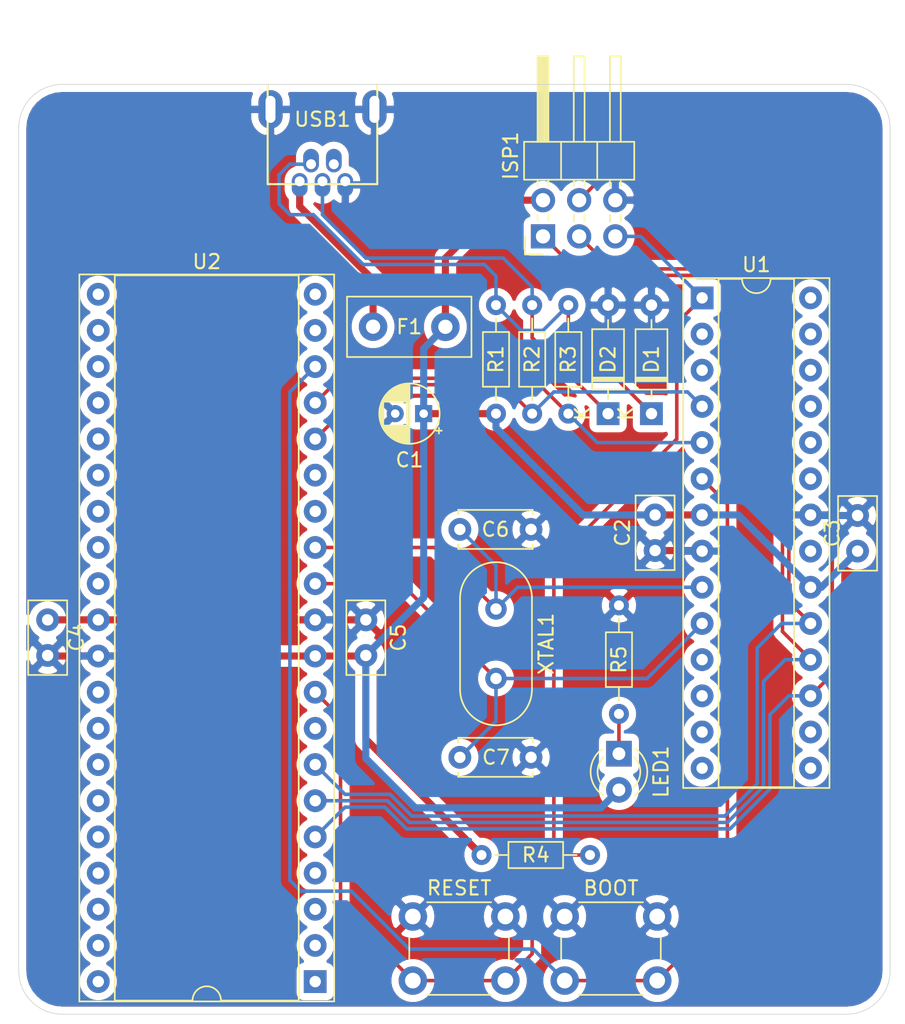
<source format=kicad_pcb>
(kicad_pcb (version 20171130) (host pcbnew "(5.1.6)-1")
  (layers (0 F.Cu signal) (31 B.Cu signal) (34 B.Paste user) (35 F.Paste user) (36 B.SilkS user) (37 F.SilkS user) (38 B.Mask user) (39 F.Mask user) (44 Edge.Cuts user))
  (net 0 "")
  (net 1 GND)
  (net 2 +5V)
  (net 3 XTAL1)
  (net 4 XTAL2)
  (net 5 "Net-(D1-Pad1)")
  (net 6 "Net-(D2-Pad1)")
  (net 7 VCC)
  (net 8 RESET)
  (net 9 MOSI)
  (net 10 SCK)
  (net 11 MISO)
  (net 12 D+)
  (net 13 D-)
  (net 14 BOOT)
  (net 15 "Net-(U1-Pad28)")
  (net 16 "Net-(U1-Pad14)")
  (net 17 "Net-(U1-Pad27)")
  (net 18 "Net-(U1-Pad13)")
  (net 19 "Net-(U1-Pad26)")
  (net 20 "Net-(U1-Pad12)")
  (net 21 "Net-(U1-Pad25)")
  (net 22 "Net-(U1-Pad11)")
  (net 23 "Net-(U1-Pad24)")
  (net 24 "Net-(U1-Pad23)")
  (net 25 "Net-(U1-Pad21)")
  (net 26 "Net-(U1-Pad3)")
  (net 27 "Net-(U1-Pad16)")
  (net 28 "Net-(U1-Pad2)")
  (net 29 "Net-(U1-Pad15)")
  (net 30 "Net-(U2-Pad40)")
  (net 31 "Net-(U2-Pad20)")
  (net 32 "Net-(U2-Pad39)")
  (net 33 "Net-(U2-Pad19)")
  (net 34 "Net-(U2-Pad38)")
  (net 35 "Net-(U2-Pad37)")
  (net 36 "Net-(U2-Pad36)")
  (net 37 "Net-(U2-Pad35)")
  (net 38 "Net-(U2-Pad15)")
  (net 39 "Net-(U2-Pad34)")
  (net 40 "Net-(U2-Pad14)")
  (net 41 "Net-(U2-Pad33)")
  (net 42 "Net-(U2-Pad32)")
  (net 43 "Net-(U2-Pad29)")
  (net 44 "Net-(U2-Pad28)")
  (net 45 "Net-(U2-Pad8)")
  (net 46 "Net-(U2-Pad27)")
  (net 47 "Net-(U2-Pad26)")
  (net 48 "Net-(U2-Pad25)")
  (net 49 "Net-(U2-Pad24)")
  (net 50 "Net-(U2-Pad4)")
  (net 51 "Net-(U2-Pad23)")
  (net 52 "Net-(U2-Pad3)")
  (net 53 "Net-(U2-Pad22)")
  (net 54 "Net-(U2-Pad2)")
  (net 55 "Net-(U2-Pad21)")
  (net 56 "Net-(U2-Pad1)")
  (net 57 "Net-(USB1-Pad4)")
  (net 58 "Net-(LED1-Pad1)")
  (module Resistor_THT:R_Axial_DIN0204_L3.6mm_D1.6mm_P7.62mm_Horizontal (layer F.Cu) (at 138.43 114.046 270)
    (fp_text reference R5 (at 3.81 0 90) (layer F.SilkS))
    (fp_text value 1.5K)
    (pad 2 thru_hole oval (at 7.62 0 270) (size 1.4 1.4) (drill 0.7) (layers *.Cu *.Mask) (net 58 "Net-(LED1-Pad1)"))
    (pad 1 thru_hole circle (at 0 0 270) (size 1.4 1.4) (drill 0.7) (layers *.Cu *.Mask) (net 1 GND))
  )
  (module LED_THT:LED_D3.0mm (layer F.Cu) (at 138.43 124.46 270)
    (fp_text reference LED1 (at 1.27 -2.96 90) (layer F.SilkS))
    (fp_text value LED)
    (pad 2 thru_hole circle (at 2.54 0 270) (size 1.8 1.8) (drill 0.9) (layers *.Cu *.Mask) (net 2 +5V))
    (pad 1 thru_hole rect (at 0 0 270) (size 1.8 1.8) (drill 0.9) (layers *.Cu *.Mask) (net 58 "Net-(LED1-Pad1)"))
  )
  (module Capacitor_THT:C_Disc_D5.0mm_W2.5mm_P2.50mm (layer F.Cu) (at 120.65 117.562 90)
    (fp_text reference C5 (at 1.25 2.286 90) (layer F.SilkS))
    (fp_text value 100n)
    (pad 2 thru_hole circle (at 2.5 0 90) (size 1.6 1.6) (drill 0.8) (layers *.Cu *.Mask) (net 1 GND))
    (pad 1 thru_hole circle (at 0 0 90) (size 1.6 1.6) (drill 0.8) (layers *.Cu *.Mask) (net 2 +5V))
  )
  (module Capacitor_THT:C_Disc_D5.0mm_W2.5mm_P2.50mm (layer F.Cu) (at 98.298 115.062 270)
    (fp_text reference C4 (at 1.25 -2.032 90) (layer F.SilkS))
    (fp_text value 100n)
    (pad 2 thru_hole circle (at 2.5 0 270) (size 1.6 1.6) (drill 0.8) (layers *.Cu *.Mask) (net 1 GND))
    (pad 1 thru_hole circle (at 0 0 270) (size 1.6 1.6) (drill 0.8) (layers *.Cu *.Mask) (net 2 +5V))
  )
  (module Crystal:Crystal_HC49-4H_Vertical (layer F.Cu) (at 129.794 114.3 270)
    (fp_text reference XTAL1 (at 2.44 -3.525 90) (layer F.SilkS))
    (fp_text value Crystal)
    (pad 2 thru_hole circle (at 4.88 0 270) (size 1.5 1.5) (drill 0.8) (layers *.Cu *.Mask) (net 4 XTAL2))
    (pad 1 thru_hole circle (at 0 0 270) (size 1.5 1.5) (drill 0.8) (layers *.Cu *.Mask) (net 3 XTAL1))
  )
  (module custom_parts:USB_Mini (layer F.Cu) (at 117.602 77.47 270)
    (fp_text reference USB1)
    (fp_text value USB_B_Mini)
    (fp_text user %R (at 2.45 0) (layer F.SilkS))
    (pad 5 thru_hole oval (at 6.8 -1.6 270) (size 1.65 1.1) (drill oval 0.7 (offset 0.25 0)) (layers *.Cu B.Mask) (net 1 GND))
    (pad 4 thru_hole oval (at 5.6 -0.8 90) (size 1.65 1.1) (drill oval 0.7 (offset 0.25 0)) (layers *.Cu B.Mask) (net 57 "Net-(USB1-Pad4)"))
    (pad 3 thru_hole oval (at 6.8 0 270) (size 1.65 1.1) (drill oval 0.7 (offset 0.25 0)) (layers *.Cu B.Mask) (net 6 "Net-(D2-Pad1)"))
    (pad 2 thru_hole oval (at 5.6 0.8 90) (size 1.65 1.1) (drill oval 0.7 (offset 0.25 0)) (layers *.Cu B.Mask) (net 5 "Net-(D1-Pad1)"))
    (pad 1 thru_hole oval (at 6.8 1.6 270) (size 1.65 1.1) (drill oval 0.7 (offset 0.25 0)) (layers *.Cu B.Mask) (net 7 VCC))
    (pad 6 thru_hole oval (at 1.75 -3.65 270) (size 2.7 1.7) (drill oval 1.9 0.7) (layers *.Cu *.Mask) (net 1 GND))
    (pad 6 thru_hole oval (at 1.75 3.65 270) (size 2.7 1.7) (drill oval 1.9 0.7) (layers *.Cu *.Mask) (net 1 GND))
  )
  (module Package_DIP:DIP-40_W15.24mm_Socket (layer F.Cu) (at 117.094 140.462 180)
    (fp_text reference U2 (at 7.62 50.546) (layer F.SilkS))
    (fp_text value ATmega32A-PU)
    (pad 40 thru_hole oval (at 15.24 0 180) (size 1.6 1.6) (drill 0.8) (layers *.Cu *.Mask) (net 30 "Net-(U2-Pad40)"))
    (pad 20 thru_hole oval (at 0 48.26 180) (size 1.6 1.6) (drill 0.8) (layers *.Cu *.Mask) (net 31 "Net-(U2-Pad20)"))
    (pad 39 thru_hole oval (at 15.24 2.54 180) (size 1.6 1.6) (drill 0.8) (layers *.Cu *.Mask) (net 32 "Net-(U2-Pad39)"))
    (pad 19 thru_hole oval (at 0 45.72 180) (size 1.6 1.6) (drill 0.8) (layers *.Cu *.Mask) (net 33 "Net-(U2-Pad19)"))
    (pad 38 thru_hole oval (at 15.24 5.08 180) (size 1.6 1.6) (drill 0.8) (layers *.Cu *.Mask) (net 34 "Net-(U2-Pad38)"))
    (pad 18 thru_hole oval (at 0 43.18 180) (size 1.6 1.6) (drill 0.8) (layers *.Cu *.Mask) (net 14 BOOT))
    (pad 37 thru_hole oval (at 15.24 7.62 180) (size 1.6 1.6) (drill 0.8) (layers *.Cu *.Mask) (net 35 "Net-(U2-Pad37)"))
    (pad 17 thru_hole oval (at 0 40.64 180) (size 1.6 1.6) (drill 0.8) (layers *.Cu *.Mask) (net 13 D-))
    (pad 36 thru_hole oval (at 15.24 10.16 180) (size 1.6 1.6) (drill 0.8) (layers *.Cu *.Mask) (net 36 "Net-(U2-Pad36)"))
    (pad 16 thru_hole oval (at 0 38.1 180) (size 1.6 1.6) (drill 0.8) (layers *.Cu *.Mask) (net 12 D+))
    (pad 35 thru_hole oval (at 15.24 12.7 180) (size 1.6 1.6) (drill 0.8) (layers *.Cu *.Mask) (net 37 "Net-(U2-Pad35)"))
    (pad 15 thru_hole oval (at 0 35.56 180) (size 1.6 1.6) (drill 0.8) (layers *.Cu *.Mask) (net 38 "Net-(U2-Pad15)"))
    (pad 34 thru_hole oval (at 15.24 15.24 180) (size 1.6 1.6) (drill 0.8) (layers *.Cu *.Mask) (net 39 "Net-(U2-Pad34)"))
    (pad 14 thru_hole oval (at 0 33.02 180) (size 1.6 1.6) (drill 0.8) (layers *.Cu *.Mask) (net 40 "Net-(U2-Pad14)"))
    (pad 33 thru_hole oval (at 15.24 17.78 180) (size 1.6 1.6) (drill 0.8) (layers *.Cu *.Mask) (net 41 "Net-(U2-Pad33)"))
    (pad 13 thru_hole oval (at 0 30.48 180) (size 1.6 1.6) (drill 0.8) (layers *.Cu *.Mask) (net 3 XTAL1))
    (pad 32 thru_hole oval (at 15.24 20.32 180) (size 1.6 1.6) (drill 0.8) (layers *.Cu *.Mask) (net 42 "Net-(U2-Pad32)"))
    (pad 12 thru_hole oval (at 0 27.94 180) (size 1.6 1.6) (drill 0.8) (layers *.Cu *.Mask) (net 4 XTAL2))
    (pad 31 thru_hole oval (at 15.24 22.86 180) (size 1.6 1.6) (drill 0.8) (layers *.Cu *.Mask) (net 1 GND))
    (pad 11 thru_hole oval (at 0 25.4 180) (size 1.6 1.6) (drill 0.8) (layers *.Cu *.Mask) (net 1 GND))
    (pad 30 thru_hole oval (at 15.24 25.4 180) (size 1.6 1.6) (drill 0.8) (layers *.Cu *.Mask) (net 2 +5V))
    (pad 10 thru_hole oval (at 0 22.86 180) (size 1.6 1.6) (drill 0.8) (layers *.Cu *.Mask) (net 2 +5V))
    (pad 29 thru_hole oval (at 15.24 27.94 180) (size 1.6 1.6) (drill 0.8) (layers *.Cu *.Mask) (net 43 "Net-(U2-Pad29)"))
    (pad 9 thru_hole oval (at 0 20.32 180) (size 1.6 1.6) (drill 0.8) (layers *.Cu *.Mask) (net 8 RESET))
    (pad 28 thru_hole oval (at 15.24 30.48 180) (size 1.6 1.6) (drill 0.8) (layers *.Cu *.Mask) (net 44 "Net-(U2-Pad28)"))
    (pad 8 thru_hole oval (at 0 17.78 180) (size 1.6 1.6) (drill 0.8) (layers *.Cu *.Mask) (net 45 "Net-(U2-Pad8)"))
    (pad 27 thru_hole oval (at 15.24 33.02 180) (size 1.6 1.6) (drill 0.8) (layers *.Cu *.Mask) (net 46 "Net-(U2-Pad27)"))
    (pad 7 thru_hole oval (at 0 15.24 180) (size 1.6 1.6) (drill 0.8) (layers *.Cu *.Mask) (net 10 SCK))
    (pad 26 thru_hole oval (at 15.24 35.56 180) (size 1.6 1.6) (drill 0.8) (layers *.Cu *.Mask) (net 47 "Net-(U2-Pad26)"))
    (pad 6 thru_hole oval (at 0 12.7 180) (size 1.6 1.6) (drill 0.8) (layers *.Cu *.Mask) (net 11 MISO))
    (pad 25 thru_hole oval (at 15.24 38.1 180) (size 1.6 1.6) (drill 0.8) (layers *.Cu *.Mask) (net 48 "Net-(U2-Pad25)"))
    (pad 5 thru_hole oval (at 0 10.16 180) (size 1.6 1.6) (drill 0.8) (layers *.Cu *.Mask) (net 9 MOSI))
    (pad 24 thru_hole oval (at 15.24 40.64 180) (size 1.6 1.6) (drill 0.8) (layers *.Cu *.Mask) (net 49 "Net-(U2-Pad24)"))
    (pad 4 thru_hole oval (at 0 7.62 180) (size 1.6 1.6) (drill 0.8) (layers *.Cu *.Mask) (net 50 "Net-(U2-Pad4)"))
    (pad 23 thru_hole oval (at 15.24 43.18 180) (size 1.6 1.6) (drill 0.8) (layers *.Cu *.Mask) (net 51 "Net-(U2-Pad23)"))
    (pad 3 thru_hole oval (at 0 5.08 180) (size 1.6 1.6) (drill 0.8) (layers *.Cu *.Mask) (net 52 "Net-(U2-Pad3)"))
    (pad 22 thru_hole oval (at 15.24 45.72 180) (size 1.6 1.6) (drill 0.8) (layers *.Cu *.Mask) (net 53 "Net-(U2-Pad22)"))
    (pad 2 thru_hole oval (at 0 2.54 180) (size 1.6 1.6) (drill 0.8) (layers *.Cu *.Mask) (net 54 "Net-(U2-Pad2)"))
    (pad 21 thru_hole oval (at 15.24 48.26 180) (size 1.6 1.6) (drill 0.8) (layers *.Cu *.Mask) (net 55 "Net-(U2-Pad21)"))
    (pad 1 thru_hole rect (at 0 0 180) (size 1.6 1.6) (drill 0.8) (layers *.Cu *.Mask) (net 56 "Net-(U2-Pad1)"))
  )
  (module Package_DIP:DIP-28_W7.62mm_Socket (layer F.Cu) (at 144.272 92.456)
    (fp_text reference U1 (at 3.81 -2.33) (layer F.SilkS))
    (fp_text value ATmega328P-PU)
    (pad 28 thru_hole oval (at 7.62 0) (size 1.6 1.6) (drill 0.8) (layers *.Cu *.Mask) (net 15 "Net-(U1-Pad28)"))
    (pad 14 thru_hole oval (at 0 33.02) (size 1.6 1.6) (drill 0.8) (layers *.Cu *.Mask) (net 16 "Net-(U1-Pad14)"))
    (pad 27 thru_hole oval (at 7.62 2.54) (size 1.6 1.6) (drill 0.8) (layers *.Cu *.Mask) (net 17 "Net-(U1-Pad27)"))
    (pad 13 thru_hole oval (at 0 30.48) (size 1.6 1.6) (drill 0.8) (layers *.Cu *.Mask) (net 18 "Net-(U1-Pad13)"))
    (pad 26 thru_hole oval (at 7.62 5.08) (size 1.6 1.6) (drill 0.8) (layers *.Cu *.Mask) (net 19 "Net-(U1-Pad26)"))
    (pad 12 thru_hole oval (at 0 27.94) (size 1.6 1.6) (drill 0.8) (layers *.Cu *.Mask) (net 20 "Net-(U1-Pad12)"))
    (pad 25 thru_hole oval (at 7.62 7.62) (size 1.6 1.6) (drill 0.8) (layers *.Cu *.Mask) (net 21 "Net-(U1-Pad25)"))
    (pad 11 thru_hole oval (at 0 25.4) (size 1.6 1.6) (drill 0.8) (layers *.Cu *.Mask) (net 22 "Net-(U1-Pad11)"))
    (pad 24 thru_hole oval (at 7.62 10.16) (size 1.6 1.6) (drill 0.8) (layers *.Cu *.Mask) (net 23 "Net-(U1-Pad24)"))
    (pad 10 thru_hole oval (at 0 22.86) (size 1.6 1.6) (drill 0.8) (layers *.Cu *.Mask) (net 4 XTAL2))
    (pad 23 thru_hole oval (at 7.62 12.7) (size 1.6 1.6) (drill 0.8) (layers *.Cu *.Mask) (net 24 "Net-(U1-Pad23)"))
    (pad 9 thru_hole oval (at 0 20.32) (size 1.6 1.6) (drill 0.8) (layers *.Cu *.Mask) (net 3 XTAL1))
    (pad 22 thru_hole oval (at 7.62 15.24) (size 1.6 1.6) (drill 0.8) (layers *.Cu *.Mask) (net 1 GND))
    (pad 8 thru_hole oval (at 0 17.78) (size 1.6 1.6) (drill 0.8) (layers *.Cu *.Mask) (net 1 GND))
    (pad 21 thru_hole oval (at 7.62 17.78) (size 1.6 1.6) (drill 0.8) (layers *.Cu *.Mask) (net 25 "Net-(U1-Pad21)"))
    (pad 7 thru_hole oval (at 0 15.24) (size 1.6 1.6) (drill 0.8) (layers *.Cu *.Mask) (net 2 +5V))
    (pad 20 thru_hole oval (at 7.62 20.32) (size 1.6 1.6) (drill 0.8) (layers *.Cu *.Mask) (net 2 +5V))
    (pad 6 thru_hole oval (at 0 12.7) (size 1.6 1.6) (drill 0.8) (layers *.Cu *.Mask) (net 14 BOOT))
    (pad 19 thru_hole oval (at 7.62 22.86) (size 1.6 1.6) (drill 0.8) (layers *.Cu *.Mask) (net 10 SCK))
    (pad 5 thru_hole oval (at 0 10.16) (size 1.6 1.6) (drill 0.8) (layers *.Cu *.Mask) (net 13 D-))
    (pad 18 thru_hole oval (at 7.62 25.4) (size 1.6 1.6) (drill 0.8) (layers *.Cu *.Mask) (net 11 MISO))
    (pad 4 thru_hole oval (at 0 7.62) (size 1.6 1.6) (drill 0.8) (layers *.Cu *.Mask) (net 12 D+))
    (pad 17 thru_hole oval (at 7.62 27.94) (size 1.6 1.6) (drill 0.8) (layers *.Cu *.Mask) (net 9 MOSI))
    (pad 3 thru_hole oval (at 0 5.08) (size 1.6 1.6) (drill 0.8) (layers *.Cu *.Mask) (net 26 "Net-(U1-Pad3)"))
    (pad 16 thru_hole oval (at 7.62 30.48) (size 1.6 1.6) (drill 0.8) (layers *.Cu *.Mask) (net 27 "Net-(U1-Pad16)"))
    (pad 2 thru_hole oval (at 0 2.54) (size 1.6 1.6) (drill 0.8) (layers *.Cu *.Mask) (net 28 "Net-(U1-Pad2)"))
    (pad 15 thru_hole oval (at 7.62 33.02) (size 1.6 1.6) (drill 0.8) (layers *.Cu *.Mask) (net 29 "Net-(U1-Pad15)"))
    (pad 1 thru_hole rect (at 0 0) (size 1.6 1.6) (drill 0.8) (layers *.Cu *.Mask) (net 8 RESET))
  )
  (module Button_Switch_THT:SW_PUSH_6mm (layer F.Cu) (at 123.952 135.89)
    (fp_text reference RESET (at 3.25 -2) (layer F.SilkS))
    (fp_text value RESET)
    (pad 1 thru_hole circle (at 6.5 0 90) (size 2 2) (drill 1.1) (layers *.Cu *.Mask) (net 1 GND))
    (pad 2 thru_hole circle (at 6.5 4.5 90) (size 2 2) (drill 1.1) (layers *.Cu *.Mask) (net 8 RESET))
    (pad 1 thru_hole circle (at 0 0 90) (size 2 2) (drill 1.1) (layers *.Cu *.Mask) (net 1 GND))
    (pad 2 thru_hole circle (at 0 4.5 90) (size 2 2) (drill 1.1) (layers *.Cu *.Mask) (net 8 RESET))
  )
  (module Button_Switch_THT:SW_PUSH_6mm (layer F.Cu) (at 134.62 135.89)
    (fp_text reference BOOT (at 3.25 -2) (layer F.SilkS))
    (fp_text value BOOT)
    (pad 1 thru_hole circle (at 6.5 0 90) (size 2 2) (drill 1.1) (layers *.Cu *.Mask) (net 1 GND))
    (pad 2 thru_hole circle (at 6.5 4.5 90) (size 2 2) (drill 1.1) (layers *.Cu *.Mask) (net 14 BOOT))
    (pad 1 thru_hole circle (at 0 0 90) (size 2 2) (drill 1.1) (layers *.Cu *.Mask) (net 1 GND))
    (pad 2 thru_hole circle (at 0 4.5 90) (size 2 2) (drill 1.1) (layers *.Cu *.Mask) (net 14 BOOT))
  )
  (module Resistor_THT:R_Axial_DIN0204_L3.6mm_D1.6mm_P7.62mm_Horizontal (layer F.Cu) (at 136.398 131.572 180)
    (fp_text reference R4 (at 3.81 0) (layer F.SilkS))
    (fp_text value 1.5K)
    (pad 2 thru_hole oval (at 7.62 0 180) (size 1.4 1.4) (drill 0.7) (layers *.Cu *.Mask) (net 2 +5V))
    (pad 1 thru_hole circle (at 0 0 180) (size 1.4 1.4) (drill 0.7) (layers *.Cu *.Mask) (net 8 RESET))
  )
  (module Resistor_THT:R_Axial_DIN0204_L3.6mm_D1.6mm_P7.62mm_Horizontal (layer F.Cu) (at 134.874 92.964 270)
    (fp_text reference R3 (at 3.81 0 90) (layer F.SilkS))
    (fp_text value 68R)
    (pad 2 thru_hole oval (at 7.62 0 270) (size 1.4 1.4) (drill 0.7) (layers *.Cu *.Mask) (net 13 D-))
    (pad 1 thru_hole circle (at 0 0 270) (size 1.4 1.4) (drill 0.7) (layers *.Cu *.Mask) (net 5 "Net-(D1-Pad1)"))
  )
  (module Resistor_THT:R_Axial_DIN0204_L3.6mm_D1.6mm_P7.62mm_Horizontal (layer F.Cu) (at 132.334 92.964 270)
    (fp_text reference R2 (at 3.81 0 90) (layer F.SilkS))
    (fp_text value 68R)
    (pad 2 thru_hole oval (at 7.62 0 270) (size 1.4 1.4) (drill 0.7) (layers *.Cu *.Mask) (net 12 D+))
    (pad 1 thru_hole circle (at 0 0 270) (size 1.4 1.4) (drill 0.7) (layers *.Cu *.Mask) (net 6 "Net-(D2-Pad1)"))
  )
  (module Resistor_THT:R_Axial_DIN0204_L3.6mm_D1.6mm_P7.62mm_Horizontal (layer F.Cu) (at 129.794 100.584 90)
    (fp_text reference R1 (at 3.81 0 90) (layer F.SilkS))
    (fp_text value 1.5K)
    (pad 2 thru_hole oval (at 7.62 0 90) (size 1.4 1.4) (drill 0.7) (layers *.Cu *.Mask) (net 5 "Net-(D1-Pad1)"))
    (pad 1 thru_hole circle (at 0 0 90) (size 1.4 1.4) (drill 0.7) (layers *.Cu *.Mask) (net 2 +5V))
  )
  (module Connector_PinHeader_2.54mm:PinHeader_2x03_P2.54mm_Horizontal (layer F.Cu) (at 133.096 88.138 90)
    (fp_text reference ISP1 (at 5.655 -2.27 90) (layer F.SilkS))
    (fp_text value AVR-ISP-6)
    (pad 6 thru_hole oval (at 2.54 5.08 90) (size 1.7 1.7) (drill 1) (layers *.Cu *.Mask) (net 1 GND))
    (pad 5 thru_hole oval (at 0 5.08 90) (size 1.7 1.7) (drill 1) (layers *.Cu *.Mask) (net 8 RESET))
    (pad 4 thru_hole oval (at 2.54 2.54 90) (size 1.7 1.7) (drill 1) (layers *.Cu *.Mask) (net 9 MOSI))
    (pad 3 thru_hole oval (at 0 2.54 90) (size 1.7 1.7) (drill 1) (layers *.Cu *.Mask) (net 10 SCK))
    (pad 2 thru_hole oval (at 2.54 0 90) (size 1.7 1.7) (drill 1) (layers *.Cu *.Mask) (net 2 +5V))
    (pad 1 thru_hole rect (at 0 0 90) (size 1.7 1.7) (drill 1) (layers *.Cu *.Mask) (net 11 MISO))
  )
  (module Fuse:Fuse_Littelfuse_395Series (layer F.Cu) (at 126.238 94.488 180)
    (fp_text reference F1 (at 2.54 0) (layer F.SilkS))
    (fp_text value Polyfuse)
    (pad 2 thru_hole circle (at 5.08 0.01 180) (size 2 2) (drill 1) (layers *.Cu *.Mask) (net 7 VCC))
    (pad 1 thru_hole circle (at 0 0 180) (size 2 2) (drill 1) (layers *.Cu *.Mask) (net 2 +5V))
  )
  (module Diode_THT:D_DO-35_SOD27_P7.62mm_Horizontal (layer F.Cu) (at 137.668 100.584 90)
    (fp_text reference D2 (at 3.81 0 90) (layer F.SilkS))
    (fp_text value 3.6V)
    (fp_text user K (at 0 -1.8 90) (layer F.SilkS))
    (pad 2 thru_hole oval (at 7.62 0 90) (size 1.6 1.6) (drill 0.8) (layers *.Cu *.Mask) (net 1 GND))
    (pad 1 thru_hole rect (at 0 0 90) (size 1.6 1.6) (drill 0.8) (layers *.Cu *.Mask) (net 6 "Net-(D2-Pad1)"))
  )
  (module Diode_THT:D_DO-35_SOD27_P7.62mm_Horizontal (layer F.Cu) (at 140.716 100.584 90)
    (fp_text reference D1 (at 3.81 0 90) (layer F.SilkS))
    (fp_text value 3.6V)
    (fp_text user K (at 0 -1.8 90) (layer F.SilkS))
    (pad 2 thru_hole oval (at 7.62 0 90) (size 1.6 1.6) (drill 0.8) (layers *.Cu *.Mask) (net 1 GND))
    (pad 1 thru_hole rect (at 0 0 90) (size 1.6 1.6) (drill 0.8) (layers *.Cu *.Mask) (net 5 "Net-(D1-Pad1)"))
  )
  (module Capacitor_THT:C_Disc_D5.0mm_W2.5mm_P5.00mm (layer F.Cu) (at 127.254 124.714)
    (fp_text reference C7 (at 2.54 0) (layer F.SilkS))
    (fp_text value 22p)
    (pad 2 thru_hole circle (at 5 0) (size 1.6 1.6) (drill 0.8) (layers *.Cu *.Mask) (net 1 GND))
    (pad 1 thru_hole circle (at 0 0) (size 1.6 1.6) (drill 0.8) (layers *.Cu *.Mask) (net 4 XTAL2))
  )
  (module Capacitor_THT:C_Disc_D5.0mm_W2.5mm_P5.00mm (layer F.Cu) (at 127.254 108.712)
    (fp_text reference C6 (at 2.5 0) (layer F.SilkS))
    (fp_text value 22p)
    (pad 2 thru_hole circle (at 5 0) (size 1.6 1.6) (drill 0.8) (layers *.Cu *.Mask) (net 1 GND))
    (pad 1 thru_hole circle (at 0 0) (size 1.6 1.6) (drill 0.8) (layers *.Cu *.Mask) (net 3 XTAL1))
  )
  (module Capacitor_THT:C_Disc_D5.0mm_W2.5mm_P2.50mm (layer F.Cu) (at 155.194 110.236 90)
    (fp_text reference C3 (at 1.25 -1.778 90) (layer F.SilkS))
    (fp_text value 100n)
    (pad 2 thru_hole circle (at 2.5 0 90) (size 1.6 1.6) (drill 0.8) (layers *.Cu *.Mask) (net 1 GND))
    (pad 1 thru_hole circle (at 0 0 90) (size 1.6 1.6) (drill 0.8) (layers *.Cu *.Mask) (net 2 +5V))
  )
  (module Capacitor_THT:C_Disc_D5.0mm_W2.5mm_P2.50mm (layer F.Cu) (at 140.97 107.696 270)
    (fp_text reference C2 (at 1.25 2.286 90) (layer F.SilkS))
    (fp_text value 100n)
    (pad 2 thru_hole circle (at 2.5 0 270) (size 1.6 1.6) (drill 0.8) (layers *.Cu *.Mask) (net 1 GND))
    (pad 1 thru_hole circle (at 0 0 270) (size 1.6 1.6) (drill 0.8) (layers *.Cu *.Mask) (net 2 +5V))
  )
  (module Capacitor_THT:CP_Radial_D4.0mm_P2.00mm (layer F.Cu) (at 124.714 100.584 180)
    (fp_text reference C1 (at 1 -3.25) (layer F.SilkS))
    (fp_text value 4.7u)
    (pad 2 thru_hole circle (at 2 0 180) (size 1.2 1.2) (drill 0.6) (layers *.Cu *.Mask) (net 1 GND))
    (pad 1 thru_hole rect (at 0 0 180) (size 1.2 1.2) (drill 0.6) (layers *.Cu *.Mask) (net 2 +5V))
  )
  (gr_arc (start 99.314 139.7) (end 96.266 139.7) (angle -90) (layer Edge.Cuts) (width 0.05))
  (gr_arc (start 154.432 139.7) (end 154.432 142.748) (angle -90) (layer Edge.Cuts) (width 0.05))
  (gr_arc (start 154.432 80.518) (end 157.48 80.518) (angle -90) (layer Edge.Cuts) (width 0.05))
  (gr_arc (start 99.314 80.518) (end 99.314 77.47) (angle -90) (layer Edge.Cuts) (width 0.05))
  (gr_line (start 96.266 139.7) (end 96.266 80.518) (layer Edge.Cuts) (width 0.05))
  (gr_line (start 154.432 142.748) (end 99.314 142.748) (layer Edge.Cuts) (width 0.05))
  (gr_line (start 157.48 80.518) (end 157.48 139.7) (layer Edge.Cuts) (width 0.05))
  (gr_line (start 99.314 77.47) (end 154.432 77.47) (layer Edge.Cuts) (width 0.05))
  (segment (start 144.232 110.196) (end 144.272 110.236) (width 0.5) (layer F.Cu) (net 1))
  (segment (start 140.97 110.196) (end 144.232 110.196) (width 0.5) (layer F.Cu) (net 1))
  (segment (start 120.65 115.062) (end 117.094 115.062) (width 0.5) (layer F.Cu) (net 1))
  (segment (start 98.338 117.602) (end 98.298 117.562) (width 0.5) (layer F.Cu) (net 1))
  (segment (start 101.854 117.602) (end 98.338 117.602) (width 0.5) (layer F.Cu) (net 1))
  (segment (start 151.932 107.736) (end 151.892 107.696) (width 0.5) (layer B.Cu) (net 1))
  (segment (start 155.194 107.736) (end 151.932 107.736) (width 0.5) (layer B.Cu) (net 1))
  (segment (start 119.202 84.27) (end 119.202 84.658) (width 0.5) (layer F.Cu) (net 1))
  (segment (start 126.238 94.488) (end 126.238 89.662) (width 0.5) (layer F.Cu) (net 2))
  (segment (start 130.302 85.598) (end 133.096 85.598) (width 0.5) (layer F.Cu) (net 2))
  (segment (start 126.238 89.662) (end 130.302 85.598) (width 0.5) (layer F.Cu) (net 2))
  (segment (start 124.714 100.584) (end 129.794 100.584) (width 0.5) (layer F.Cu) (net 2))
  (segment (start 144.272 107.696) (end 140.97 107.696) (width 0.5) (layer F.Cu) (net 2))
  (segment (start 120.61 117.602) (end 120.65 117.562) (width 0.5) (layer F.Cu) (net 2))
  (segment (start 117.094 117.602) (end 120.61 117.602) (width 0.5) (layer F.Cu) (net 2))
  (segment (start 98.298 115.062) (end 101.854 115.062) (width 0.5) (layer F.Cu) (net 2))
  (segment (start 101.854 115.062) (end 106.934 115.062) (width 0.5) (layer F.Cu) (net 2))
  (segment (start 109.474 117.602) (end 117.094 117.602) (width 0.5) (layer F.Cu) (net 2))
  (segment (start 106.934 115.062) (end 109.474 117.602) (width 0.5) (layer F.Cu) (net 2))
  (segment (start 146.812 107.696) (end 151.892 112.776) (width 0.5) (layer B.Cu) (net 2))
  (segment (start 144.272 107.696) (end 146.812 107.696) (width 0.5) (layer B.Cu) (net 2))
  (segment (start 152.654 112.776) (end 155.194 110.236) (width 0.5) (layer B.Cu) (net 2))
  (segment (start 151.892 112.776) (end 152.654 112.776) (width 0.5) (layer B.Cu) (net 2))
  (segment (start 129.794 101.573949) (end 129.794 100.584) (width 0.5) (layer B.Cu) (net 2))
  (segment (start 135.916051 107.696) (end 129.794 101.573949) (width 0.5) (layer B.Cu) (net 2))
  (segment (start 140.97 107.696) (end 135.916051 107.696) (width 0.5) (layer B.Cu) (net 2))
  (segment (start 120.65 123.444) (end 120.65 117.562) (width 0.5) (layer F.Cu) (net 2))
  (segment (start 128.778 131.572) (end 120.65 123.444) (width 0.5) (layer F.Cu) (net 2))
  (segment (start 124.714 96.012) (end 126.238 94.488) (width 0.5) (layer B.Cu) (net 2))
  (segment (start 124.714 100.584) (end 124.714 96.012) (width 0.5) (layer B.Cu) (net 2))
  (segment (start 124.714 113.498) (end 124.714 100.584) (width 0.5) (layer B.Cu) (net 2))
  (segment (start 120.65 117.562) (end 124.714 113.498) (width 0.5) (layer B.Cu) (net 2))
  (segment (start 120.65 124.788404) (end 120.65 117.562) (width 0.5) (layer B.Cu) (net 2))
  (segment (start 124.122576 128.26098) (end 120.65 124.788404) (width 0.5) (layer B.Cu) (net 2))
  (segment (start 137.16902 128.26098) (end 124.122576 128.26098) (width 0.5) (layer B.Cu) (net 2))
  (segment (start 138.43 127) (end 137.16902 128.26098) (width 0.5) (layer B.Cu) (net 2))
  (segment (start 129.794 111.252) (end 127.254 108.712) (width 0.25) (layer B.Cu) (net 3))
  (segment (start 129.794 114.3) (end 129.794 111.252) (width 0.25) (layer B.Cu) (net 3))
  (segment (start 131.318 112.776) (end 129.794 114.3) (width 0.25) (layer B.Cu) (net 3))
  (segment (start 144.272 112.776) (end 131.318 112.776) (width 0.25) (layer B.Cu) (net 3))
  (segment (start 125.476 109.982) (end 117.094 109.982) (width 0.25) (layer F.Cu) (net 3))
  (segment (start 129.794 114.3) (end 125.476 109.982) (width 0.25) (layer F.Cu) (net 3))
  (segment (start 129.794 122.174) (end 127.254 124.714) (width 0.25) (layer B.Cu) (net 4))
  (segment (start 129.794 119.18) (end 129.794 122.174) (width 0.25) (layer B.Cu) (net 4))
  (segment (start 140.408 119.18) (end 144.272 115.316) (width 0.25) (layer B.Cu) (net 4))
  (segment (start 129.794 119.18) (end 140.408 119.18) (width 0.25) (layer B.Cu) (net 4))
  (segment (start 123.136 112.522) (end 129.794 119.18) (width 0.25) (layer F.Cu) (net 4))
  (segment (start 117.094 112.522) (end 123.136 112.522) (width 0.25) (layer F.Cu) (net 4))
  (segment (start 116.828 83.07) (end 116.84 83.058) (width 0.25) (layer F.Cu) (net 5))
  (segment (start 116.802 83.07) (end 116.828 83.07) (width 0.25) (layer F.Cu) (net 5))
  (segment (start 129.794 92.964) (end 131.572 94.742) (width 0.25) (layer B.Cu) (net 5))
  (segment (start 133.096 94.742) (end 134.874 92.964) (width 0.25) (layer B.Cu) (net 5))
  (segment (start 131.572 94.742) (end 133.096 94.742) (width 0.25) (layer B.Cu) (net 5))
  (segment (start 134.874 94.742) (end 140.716 100.584) (width 0.25) (layer F.Cu) (net 5))
  (segment (start 134.874 92.964) (end 134.874 94.742) (width 0.25) (layer F.Cu) (net 5))
  (segment (start 114.554 85.852) (end 114.554 83.82) (width 0.25) (layer B.Cu) (net 5))
  (segment (start 115.316 86.614) (end 114.554 85.852) (width 0.25) (layer B.Cu) (net 5))
  (segment (start 129.794 90.932) (end 128.97401 90.11201) (width 0.25) (layer B.Cu) (net 5))
  (segment (start 129.794 92.964) (end 129.794 90.932) (width 0.25) (layer B.Cu) (net 5))
  (segment (start 120.463599 90.112009) (end 116.96559 86.614) (width 0.25) (layer B.Cu) (net 5))
  (segment (start 116.96559 86.614) (end 115.316 86.614) (width 0.25) (layer B.Cu) (net 5))
  (segment (start 115.304 83.07) (end 116.802 83.07) (width 0.25) (layer B.Cu) (net 5))
  (segment (start 114.554 83.82) (end 115.304 83.07) (width 0.25) (layer B.Cu) (net 5))
  (segment (start 128.97401 90.11201) (end 120.463599 90.112009) (width 0.25) (layer B.Cu) (net 5))
  (segment (start 132.334 95.25) (end 137.668 100.584) (width 0.25) (layer F.Cu) (net 6))
  (segment (start 132.334 92.964) (end 132.334 95.25) (width 0.25) (layer F.Cu) (net 6))
  (segment (start 132.334 92.964) (end 132.334 91.694) (width 0.25) (layer B.Cu) (net 6))
  (segment (start 132.334 91.694) (end 130.302 89.662) (width 0.25) (layer B.Cu) (net 6))
  (segment (start 130.302 89.662) (end 120.65 89.662) (width 0.25) (layer B.Cu) (net 6))
  (segment (start 117.602 86.614) (end 117.602 84.27) (width 0.25) (layer B.Cu) (net 6))
  (segment (start 120.65 89.662) (end 117.602 86.614) (width 0.25) (layer B.Cu) (net 6))
  (segment (start 116.002 84.27) (end 116.002 86.03) (width 0.5) (layer F.Cu) (net 7))
  (segment (start 121.158 91.186) (end 121.158 94.478) (width 0.5) (layer F.Cu) (net 7))
  (segment (start 116.002 86.03) (end 121.158 91.186) (width 0.5) (layer F.Cu) (net 7))
  (segment (start 123.952 140.39) (end 130.452 140.39) (width 0.25) (layer F.Cu) (net 8))
  (segment (start 139.954 88.138) (end 144.272 92.456) (width 0.25) (layer B.Cu) (net 8))
  (segment (start 138.176 88.138) (end 139.954 88.138) (width 0.25) (layer B.Cu) (net 8))
  (segment (start 117.094 120.142) (end 118.872 121.92) (width 0.25) (layer F.Cu) (net 8))
  (segment (start 118.872 135.31) (end 123.952 140.39) (width 0.25) (layer F.Cu) (net 8))
  (segment (start 118.872 121.92) (end 118.872 135.31) (width 0.25) (layer F.Cu) (net 8))
  (segment (start 130.452 140.39) (end 132.334 138.508) (width 0.25) (layer F.Cu) (net 8))
  (segment (start 132.334 138.508) (end 132.334 133.096) (width 0.25) (layer F.Cu) (net 8))
  (segment (start 133.858 131.572) (end 136.398 131.572) (width 0.25) (layer F.Cu) (net 8))
  (segment (start 132.334 133.096) (end 133.858 131.572) (width 0.25) (layer F.Cu) (net 8))
  (segment (start 142.494 102.362) (end 142.494 94.234) (width 0.25) (layer F.Cu) (net 8))
  (segment (start 133.858 131.572) (end 133.858 110.998) (width 0.25) (layer F.Cu) (net 8))
  (segment (start 142.494 94.234) (end 144.272 92.456) (width 0.25) (layer F.Cu) (net 8))
  (segment (start 133.858 110.998) (end 142.494 102.362) (width 0.25) (layer F.Cu) (net 8))
  (segment (start 135.636 85.598) (end 137.16 84.074) (width 0.25) (layer F.Cu) (net 9))
  (segment (start 137.16 84.074) (end 145.796 84.074) (width 0.25) (layer F.Cu) (net 9))
  (segment (start 145.796 84.074) (end 153.416 91.694) (width 0.25) (layer F.Cu) (net 9))
  (segment (start 153.416 118.872) (end 151.892 120.396) (width 0.25) (layer F.Cu) (net 9))
  (segment (start 153.416 91.694) (end 153.416 118.872) (width 0.25) (layer F.Cu) (net 9))
  (segment (start 117.094 130.302) (end 119.18399 128.21201) (width 0.25) (layer B.Cu) (net 9))
  (segment (start 121.9876 128.21201) (end 123.5116 129.73601) (width 0.25) (layer B.Cu) (net 9))
  (segment (start 119.18399 128.21201) (end 121.9876 128.21201) (width 0.25) (layer B.Cu) (net 9))
  (segment (start 123.5116 129.73601) (end 146.236401 129.736009) (width 0.25) (layer B.Cu) (net 9))
  (segment (start 146.236401 129.736009) (end 149.04001 126.9324) (width 0.25) (layer B.Cu) (net 9))
  (segment (start 149.04001 126.9324) (end 149.04001 121.72399) (width 0.25) (layer B.Cu) (net 9))
  (segment (start 150.368 120.396) (end 151.892 120.396) (width 0.25) (layer B.Cu) (net 9))
  (segment (start 149.04001 121.72399) (end 150.368 120.396) (width 0.25) (layer B.Cu) (net 9))
  (segment (start 135.636 88.138) (end 137.922 90.424) (width 0.25) (layer F.Cu) (net 10))
  (segment (start 137.922 90.424) (end 148.082 90.424) (width 0.25) (layer F.Cu) (net 10))
  (segment (start 148.082 90.424) (end 150.368 92.71) (width 0.25) (layer F.Cu) (net 10))
  (segment (start 150.368 113.792) (end 151.892 115.316) (width 0.25) (layer F.Cu) (net 10))
  (segment (start 150.368 92.71) (end 150.368 113.792) (width 0.25) (layer F.Cu) (net 10))
  (segment (start 117.094 125.222) (end 119.18399 127.31199) (width 0.25) (layer B.Cu) (net 10))
  (segment (start 119.18399 127.31199) (end 122.360401 127.311991) (width 0.25) (layer B.Cu) (net 10))
  (segment (start 122.360401 127.311991) (end 123.8844 128.83599) (width 0.25) (layer B.Cu) (net 10))
  (segment (start 148.13999 126.5596) (end 148.13999 117.03601) (width 0.25) (layer B.Cu) (net 10))
  (segment (start 123.8844 128.83599) (end 145.8636 128.83599) (width 0.25) (layer B.Cu) (net 10))
  (segment (start 145.8636 128.83599) (end 148.13999 126.5596) (width 0.25) (layer B.Cu) (net 10))
  (segment (start 149.86 115.316) (end 151.892 115.316) (width 0.25) (layer B.Cu) (net 10))
  (segment (start 148.13999 117.03601) (end 149.86 115.316) (width 0.25) (layer B.Cu) (net 10))
  (segment (start 133.096 88.138) (end 135.83201 90.87401) (width 0.25) (layer F.Cu) (net 11))
  (segment (start 135.83201 90.87401) (end 147.8956 90.87401) (width 0.25) (layer F.Cu) (net 11))
  (segment (start 147.8956 90.87401) (end 149.91799 92.8964) (width 0.25) (layer F.Cu) (net 11))
  (segment (start 149.91799 115.88199) (end 151.892 117.856) (width 0.25) (layer F.Cu) (net 11))
  (segment (start 149.91799 92.8964) (end 149.91799 115.88199) (width 0.25) (layer F.Cu) (net 11))
  (segment (start 117.094 127.762) (end 122.174 127.762) (width 0.25) (layer B.Cu) (net 11))
  (segment (start 122.174 127.762) (end 123.698 129.286) (width 0.25) (layer B.Cu) (net 11))
  (segment (start 123.698 129.286) (end 146.05 129.286) (width 0.25) (layer B.Cu) (net 11))
  (segment (start 146.05 129.286) (end 148.59 126.746) (width 0.25) (layer B.Cu) (net 11))
  (segment (start 148.59 126.746) (end 148.59 119.38) (width 0.25) (layer B.Cu) (net 11))
  (segment (start 150.114 117.856) (end 151.892 117.856) (width 0.25) (layer B.Cu) (net 11))
  (segment (start 148.59 119.38) (end 150.114 117.856) (width 0.25) (layer B.Cu) (net 11))
  (segment (start 132.334 100.584) (end 133.858 99.06) (width 0.25) (layer B.Cu) (net 12))
  (segment (start 143.256 99.06) (end 144.272 100.076) (width 0.25) (layer B.Cu) (net 12))
  (segment (start 133.858 99.06) (end 143.256 99.06) (width 0.25) (layer B.Cu) (net 12))
  (segment (start 132.334 100.584) (end 130.302 98.552) (width 0.25) (layer F.Cu) (net 12))
  (segment (start 120.904 98.552) (end 117.094 102.362) (width 0.25) (layer F.Cu) (net 12))
  (segment (start 130.302 98.552) (end 120.904 98.552) (width 0.25) (layer F.Cu) (net 12))
  (segment (start 136.906 102.616) (end 144.272 102.616) (width 0.25) (layer B.Cu) (net 13))
  (segment (start 134.874 100.584) (end 136.906 102.616) (width 0.25) (layer B.Cu) (net 13))
  (segment (start 132.39199 98.10199) (end 134.874 100.584) (width 0.25) (layer F.Cu) (net 13))
  (segment (start 117.094 99.822) (end 118.81401 98.10199) (width 0.25) (layer F.Cu) (net 13))
  (segment (start 118.81401 98.10199) (end 132.39199 98.10199) (width 0.25) (layer F.Cu) (net 13))
  (segment (start 134.62 140.39) (end 141.12 140.39) (width 0.25) (layer F.Cu) (net 14))
  (segment (start 141.12 140.39) (end 146.05 135.46) (width 0.25) (layer F.Cu) (net 14))
  (segment (start 146.05 106.934) (end 144.272 105.156) (width 0.25) (layer F.Cu) (net 14))
  (segment (start 146.05 135.46) (end 146.05 106.934) (width 0.25) (layer F.Cu) (net 14))
  (segment (start 134.62 140.39) (end 132.406 138.176) (width 0.25) (layer B.Cu) (net 14))
  (segment (start 123.698 138.176) (end 119.634 134.112) (width 0.25) (layer B.Cu) (net 14))
  (segment (start 132.406 138.176) (end 123.698 138.176) (width 0.25) (layer B.Cu) (net 14))
  (segment (start 119.634 134.112) (end 116.078 134.112) (width 0.25) (layer B.Cu) (net 14))
  (segment (start 116.078 134.112) (end 115.316 133.35) (width 0.25) (layer B.Cu) (net 14))
  (segment (start 115.316 99.06) (end 117.094 97.282) (width 0.25) (layer B.Cu) (net 14))
  (segment (start 115.316 133.35) (end 115.316 99.06) (width 0.25) (layer B.Cu) (net 14))
  (segment (start 138.43 121.666) (end 138.43 124.46) (width 0.25) (layer F.Cu) (net 58))
  (zone (net 1) (net_name GND) (layer B.Cu) (connect_pads (clearance 0.508)) (min_thickness 0.254) (fill yes (arc_segments 32) (thermal_gap 0.508) (thermal_bridge_width 0.508))
    (polygon (pts (xy 157.48 142.748) (xy 96.266 142.748) (xy 96.266 77.47) (xy 157.48 77.47)))
  )
  (zone (net 1) (net_name GND) (layer F.Cu) (connect_pads (clearance 0.508)) (min_thickness 0.254) (fill yes (arc_segments 32) (thermal_gap 0.508) (thermal_bridge_width 0.508))
    (polygon (pts (xy 157.48 142.748) (xy 96.266 142.748) (xy 96.266 77.47) (xy 157.48 77.47)))
  )
)
</source>
